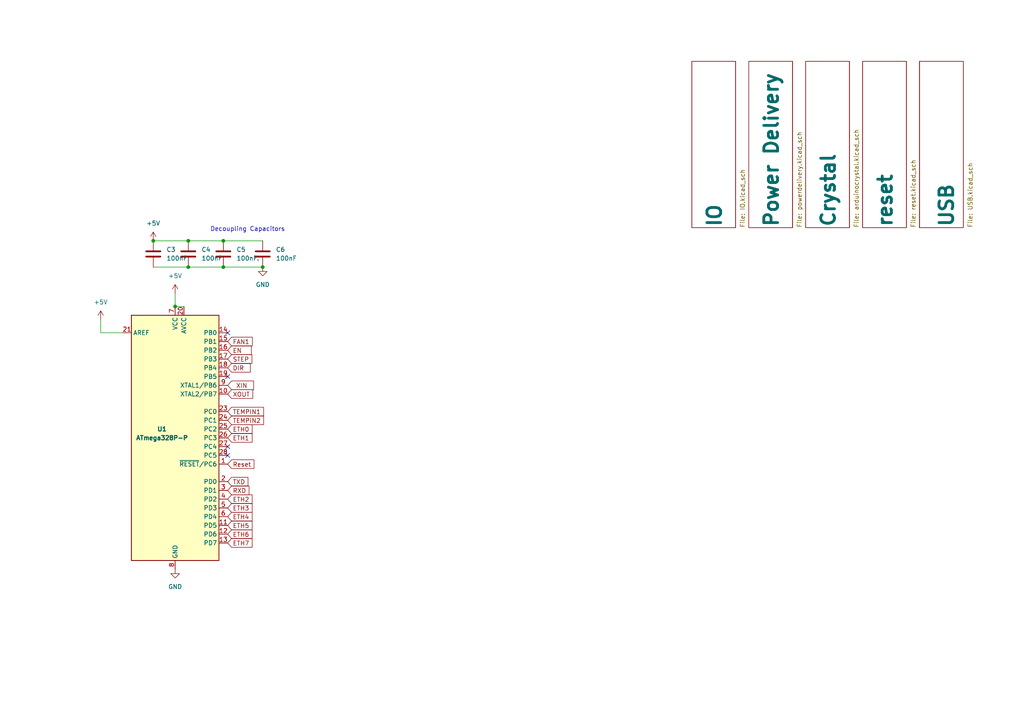
<source format=kicad_sch>
(kicad_sch (version 20230121) (generator eeschema)
  (paper "A4")
  (lib_symbols
    (symbol "Device:C" (pin_numbers hide) (pin_names (offset 0.254))
      (property "Reference" "C" (at 0.635 2.54 0))
      (property "Value" "C" (at 0.635 -2.54 0))
      (symbol "C_0_1"
        (polyline (pts (xy -2.032 -0.762) (xy 2.032 -0.762)) (stroke (width 0.508)))
        (polyline (pts (xy -2.032 0.762) (xy 2.032 0.762)) (stroke (width 0.508)))
      )
      (symbol "C_1_1"
        (pin passive line (at 0 3.81 270) (length 2.794) (name "~") (number "1"))
        (pin passive line (at 0 -3.81 90) (length 2.794) (name "~") (number "2"))
      )
    )
    (symbol "MCU_Microchip_ATmega:ATmega328P-P"
      (property "Reference" "U" (at -12.7 36.83 0))
      (property "Value" "ATmega328P-P" (at 2.54 -36.83 0))
      (symbol "ATmega328P-P_0_1"
        (rectangle (start -12.7 -35.56) (end 12.7 35.56) (stroke (width 0.254)) (fill (type background)))
      )
      (symbol "ATmega328P-P_1_1"
        (pin bidirectional line (at 15.24 -7.62 180) (length 2.54) (name "~{RESET}/PC6") (number "1"))
        (pin bidirectional line (at 15.24 12.7 180) (length 2.54) (name "XTAL2/PB7") (number "10"))
        (pin bidirectional line (at 15.24 -25.4 180) (length 2.54) (name "PD5") (number "11"))
        (pin bidirectional line (at 15.24 -27.94 180) (length 2.54) (name "PD6") (number "12"))
        (pin bidirectional line (at 15.24 -30.48 180) (length 2.54) (name "PD7") (number "13"))
        (pin bidirectional line (at 15.24 30.48 180) (length 2.54) (name "PB0") (number "14"))
        (pin bidirectional line (at 15.24 27.94 180) (length 2.54) (name "PB1") (number "15"))
        (pin bidirectional line (at 15.24 25.4 180) (length 2.54) (name "PB2") (number "16"))
        (pin bidirectional line (at 15.24 22.86 180) (length 2.54) (name "PB3") (number "17"))
        (pin bidirectional line (at 15.24 20.32 180) (length 2.54) (name "PB4") (number "18"))
        (pin bidirectional line (at 15.24 17.78 180) (length 2.54) (name "PB5") (number "19"))
        (pin bidirectional line (at 15.24 -12.7 180) (length 2.54) (name "PD0") (number "2"))
        (pin power_in line (at 2.54 38.1 270) (length 2.54) (name "AVCC") (number "20"))
        (pin passive line (at -15.24 30.48 0) (length 2.54) (name "AREF") (number "21"))
        (pin passive line (at 0 -38.1 90) (length 2.54) hide (name "GND") (number "22"))
        (pin bidirectional line (at 15.24 7.62 180) (length 2.54) (name "PC0") (number "23"))
        (pin bidirectional line (at 15.24 5.08 180) (length 2.54) (name "PC1") (number "24"))
        (pin bidirectional line (at 15.24 2.54 180) (length 2.54) (name "PC2") (number "25"))
        (pin bidirectional line (at 15.24 0 180) (length 2.54) (name "PC3") (number "26"))
        (pin bidirectional line (at 15.24 -2.54 180) (length 2.54) (name "PC4") (number "27"))
        (pin bidirectional line (at 15.24 -5.08 180) (length 2.54) (name "PC5") (number "28"))
        (pin bidirectional line (at 15.24 -15.24 180) (length 2.54) (name "PD1") (number "3"))
        (pin bidirectional line (at 15.24 -17.78 180) (length 2.54) (name "PD2") (number "4"))
        (pin bidirectional line (at 15.24 -20.32 180) (length 2.54) (name "PD3") (number "5"))
        (pin bidirectional line (at 15.24 -22.86 180) (length 2.54) (name "PD4") (number "6"))
        (pin power_in line (at 0 38.1 270) (length 2.54) (name "VCC") (number "7"))
        (pin power_in line (at 0 -38.1 90) (length 2.54) (name "GND") (number "8"))
        (pin bidirectional line (at 15.24 15.24 180) (length 2.54) (name "XTAL1/PB6") (number "9"))
      )
    )
    (symbol "power:+5V" (power) (pin_names (offset 0))
      (property "Value" "+5V" (at 0 3.556 0))
      (symbol "+5V_0_1"
        (polyline (pts (xy -0.762 1.27) (xy 0 2.54)))
        (polyline (pts (xy 0 0) (xy 0 2.54)))
        (polyline (pts (xy 0 2.54) (xy 0.762 1.27)))
      )
      (symbol "+5V_1_1"
        (pin power_in line (at 0 0 90) (length 0) hide (name "+5V") (number "1"))
      )
    )
    (symbol "power:GND" (power) (pin_names (offset 0))
      (property "Value" "GND" (at 0 -3.81 0))
      (symbol "GND_0_1"
        (polyline (pts (xy 0 0) (xy 0 -1.27) (xy 1.27 -1.27) (xy 0 -2.54) (xy -1.27 -1.27) (xy 0 -1.27)))
      )
      (symbol "GND_1_1"
        (pin power_in line (at 0 0 270) (length 0) hide (name "GND") (number "1"))
      )
    )
  )
  (junction (at 50.8 88.9))
  (junction (at 54.61 77.47))
  (junction (at 64.77 69.85))
  (junction (at 64.77 77.47))
  (junction (at 76.2 77.47))
  (junction (at 54.61 69.85))
  (junction (at 44.45 69.85))
  (no_connect (at 66.04 129.54))
  (no_connect (at 66.04 132.08))
  (no_connect (at 66.04 109.22))
  (no_connect (at 66.04 96.52))
  (wire (pts (xy 54.61 77.47) (xy 64.77 77.47)))
  (wire (pts (xy 29.21 92.71) (xy 29.21 96.52)))
  (wire (pts (xy 35.56 96.52) (xy 29.21 96.52)))
  (wire (pts (xy 44.45 77.47) (xy 54.61 77.47)))
  (wire (pts (xy 50.8 85.09) (xy 50.8 88.9)))
  (wire (pts (xy 54.61 69.85) (xy 64.77 69.85)))
  (wire (pts (xy 44.45 69.85) (xy 54.61 69.85)))
  (wire (pts (xy 50.8 88.9) (xy 53.34 88.9)))
  (wire (pts (xy 64.77 77.47) (xy 76.2 77.47)))
  (wire (pts (xy 64.77 69.85) (xy 76.2 69.85)))
  (text "Decoupling Capacitors\n" (at 60.96 67.31 0) (effects (font (size 1.27 1.27)) (justify left bottom)))
  (global_label "ETH5" (shape input) (at 66.04 152.4 0) (property "Intersheetrefs" "${INTERSHEET_REFS}" (effects hide)))
  (global_label "ETH1" (shape input) (at 66.04 127 0) (property "Intersheetrefs" "${INTERSHEET_REFS}" (effects hide)))
  (global_label "Reset" (shape input) (at 66.04 134.62 0) (property "Intersheetrefs" "${INTERSHEET_REFS}" (effects hide)))
  (global_label "ETH2" (shape input) (at 66.04 144.78 0) (property "Intersheetrefs" "${INTERSHEET_REFS}" (effects hide)))
  (global_label "DIR " (shape input) (at 66.04 106.68 0) (property "Intersheetrefs" "${INTERSHEET_REFS}" (effects hide)))
  (global_label "FAN1" (shape input) (at 66.04 99.06 0) (property "Intersheetrefs" "${INTERSHEET_REFS}" (effects hide)))
  (global_label "TEMPIN2" (shape input) (at 66.04 121.92 0) (property "Intersheetrefs" "${INTERSHEET_REFS}" (effects hide)))
  (global_label "ETH3" (shape input) (at 66.04 147.32 0) (property "Intersheetrefs" "${INTERSHEET_REFS}" (effects hide)))
  (global_label "ETH7" (shape input) (at 66.04 157.48 0) (property "Intersheetrefs" "${INTERSHEET_REFS}" (effects hide)))
  (global_label "EN  " (shape input) (at 66.04 101.6 0) (property "Intersheetrefs" "${INTERSHEET_REFS}" (effects hide)))
  (global_label "XOUT" (shape input) (at 66.04 114.3 0) (property "Intersheetrefs" "${INTERSHEET_REFS}" (effects hide)))
  (global_label "TXD" (shape input) (at 66.04 139.7 0) (property "Intersheetrefs" "${INTERSHEET_REFS}" (effects hide)))
  (global_label "TEMPIN1" (shape input) (at 66.04 119.38 0) (property "Intersheetrefs" "${INTERSHEET_REFS}" (effects hide)))
  (global_label " XIN " (shape input) (at 66.04 111.76 0) (property "Intersheetrefs" "${INTERSHEET_REFS}" (effects hide)))
  (global_label "STEP" (shape input) (at 66.04 104.14 0) (property "Intersheetrefs" "${INTERSHEET_REFS}" (effects hide)))
  (global_label "ETH6" (shape input) (at 66.04 154.94 0) (property "Intersheetrefs" "${INTERSHEET_REFS}" (effects hide)))
  (global_label "ETH4" (shape input) (at 66.04 149.86 0) (property "Intersheetrefs" "${INTERSHEET_REFS}" (effects hide)))
  (global_label "ETH0" (shape input) (at 66.04 124.46 0) (property "Intersheetrefs" "${INTERSHEET_REFS}" (effects hide)))
  (global_label "RXD" (shape input) (at 66.04 142.24 0) (property "Intersheetrefs" "${INTERSHEET_REFS}" (effects hide)))
  (symbol (lib_id "Device:C") (at 76.2 73.66 0) (unit 1)
    (property "Reference" "C6" (at 80.01 72.39 0) (effects (justify left)))
    (property "Value" "100nF" (at 80.01 74.93 0) (effects (justify left)))
    (property "Footprint" "Capacitor_SMD:C_0805_2012Metric_Pad1.18x1.45mm_HandSolder" (effects hide))
  )
  (symbol (lib_id "Device:C") (at 64.77 73.66 0) (unit 1)
    (property "Reference" "C5" (at 68.58 72.39 0) (effects (justify left)))
    (property "Value" "100nF." (at 68.58 74.93 0) (effects (justify left)))
    (property "Footprint" "Capacitor_SMD:C_0805_2012Metric_Pad1.18x1.45mm_HandSolder" (effects hide))
  )
  (symbol (lib_id "power:GND") (at 50.8 165.1 0) (unit 1)
    (property "Reference" "#PWR03" (effects hide))
    (property "Value" "GND" (at 50.8 170.18 0))
  )
  (symbol (lib_id "power:+5V") (at 44.45 69.85 0) (unit 1)
    (property "Reference" "#PWR06" (effects hide))
    (property "Value" "+5V" (at 44.45 64.77 0))
  )
  (symbol (lib_id "power:+5V") (at 29.21 92.71 0) (unit 1)
    (property "Reference" "#PWR01" (effects hide))
    (property "Value" "+5V" (at 29.21 87.63 0))
  )
  (symbol (lib_id "Device:C") (at 54.61 73.66 0) (unit 1)
    (property "Reference" "C4" (at 58.42 72.39 0) (effects (justify left)))
    (property "Value" "100nF" (at 58.42 74.93 0) (effects (justify left)))
    (property "Footprint" "Capacitor_SMD:C_0805_2012Metric_Pad1.18x1.45mm_HandSolder" (effects hide))
  )
  (symbol (lib_id "Device:C") (at 44.45 73.66 0) (unit 1)
    (property "Reference" "C3" (at 48.26 72.39 0) (effects (justify left)))
    (property "Value" "100nF" (at 48.26 74.93 0) (effects (justify left)))
    (property "Footprint" "Capacitor_SMD:C_0805_2012Metric_Pad1.18x1.45mm_HandSolder" (effects hide))
  )
  (symbol (lib_id "MCU_Microchip_ATmega:ATmega328P-P") (at 50.8 127 0) (unit 1)
    (property "Reference" "U1" (at 46.99 124.46 0) (effects (font bold)))
    (property "Value" "ATmega328P-P" (at 46.99 127 0) (effects (font bold)))
    (property "Footprint" "Package_QFP:LQFP-32_7x7mm_P0.8mm" (effects hide))
    (property "Datasheet" "http://ww1.microchip.com/downloads/en/DeviceDoc/ATmega328_P%20AVR%20MCU%20with%20picoPower%20Technology%20Data%20Sheet%2040001984A.pdf" (effects hide))
  )
  (symbol (lib_id "power:GND") (at 76.2 77.47 0) (unit 1)
    (property "Reference" "#PWR05" (effects hide))
    (property "Value" "GND" (at 76.2 82.55 0))
  )
  (symbol (lib_id "power:+5V") (at 50.8 85.09 0) (unit 1)
    (property "Reference" "#PWR02" (effects hide))
    (property "Value" "+5V" (at 50.8 80.01 0))
  )
  (sheet (at 233.68 17.78) (size 12.7 48.26) (stroke (width 0.1524))
    (property "Sheetname" "Crystal" (at 242.57 66.04 90) (effects (font (size 4 4) bold) (justify left bottom)))
    (property "Sheetfile" "arduinocrystal.kicad_sch" (at 247.65 66.04 90) (effects (justify left top)))
  )
  (sheet (at 266.7 17.78) (size 12.7 48.26) (stroke (width 0.1524))
    (property "Sheetname" "USB" (at 276.86 66.04 90) (effects (font (size 4 4) bold) (justify left bottom)))
    (property "Sheetfile" "USB.kicad_sch" (at 280.67 66.04 90) (effects (justify left top)))
  )
  (sheet (at 200.66 17.78) (size 12.7 48.26) (stroke (width 0.1524))
    (property "Sheetname" "IO" (at 209.55 66.04 90) (effects (font (size 4 4) bold) (justify left bottom)))
    (property "Sheetfile" "IO.kicad_sch" (at 214.63 66.04 90) (effects (justify left top)))
  )
  (sheet (at 217.17 17.78) (size 12.7 48.26) (stroke (width 0.1524))
    (property "Sheetname" "Power Delivery" (at 226.06 66.04 90) (effects (font (size 4 4) bold) (justify left bottom)))
    (property "Sheetfile" "powerdelivery.kicad_sch" (at 231.14 66.04 90) (effects (justify left top)))
  )
  (sheet (at 250.19 17.78) (size 12.7 48.26) (stroke (width 0.1524))
    (property "Sheetname" "reset" (at 259.08 66.04 90) (effects (font (size 4 4) bold) (justify left bottom)))
    (property "Sheetfile" "reset.kicad_sch" (at 264.16 66.04 90) (effects (justify left top)))
  )
)
</source>
